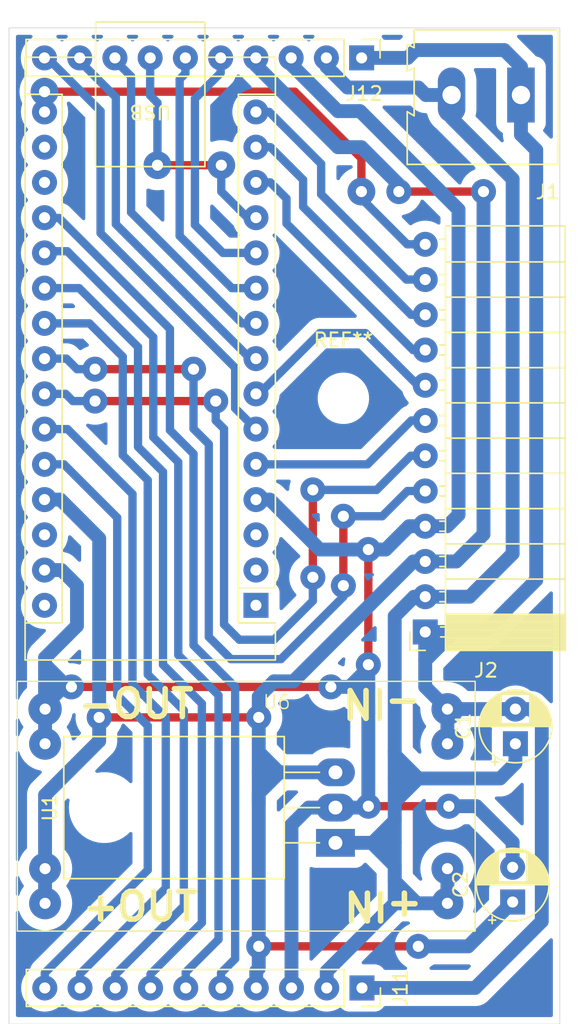
<source format=kicad_pcb>
(kicad_pcb (version 20240108) (generator "pcbnew") (generator_version "8.0")
  (layers (0 "F.Cu" signal) (31 "B.Cu" signal) (34 "B.Paste" user) (35 "F.Paste" user) (36 "B.SilkS" user "B.Silkscreen") (37 "F.SilkS" user "F.Silkscreen") (38 "B.Mask" user) (39 "F.Mask" user) (44 "Edge.Cuts" user))
  (net 0 "")
  (net 1 "/DI3m")
  (net 2 "/SCK")
  (net 3 "/DI1m")
  (net 4 "/RLY0")
  (net 5 "/RLY1")
  (net 6 "/SDA")
  (net 7 "GND")
  (net 8 "/SS")
  (net 9 "/DI0m")
  (net 10 "/MOSI")
  (net 12 "+5V")
  (net 14 "/AI0")
  (net 15 "/MISO")
  (net 18 "/RXm")
  (net 20 "+3.3V")
  (net 21 "/SCL")
  (net 22 "/AI1")
  (net 24 "/DI2m")
  (net 25 "/TXm")
  (net 26 "GND1")
  (net 27 "VDD")
  (net 28 "/PWM1m")
  (net 29 "/PWM3m")
  (net 30 "/PWM2m")
  (net 31 "/PWM0m")
  (footprint "Module:Arduino_Nano" (layer "F.Cu") (at 108.1 90.12 180)
    (property "Reference" "A1" (hide yes))
    (property "Value" "Arduino Nano")
    (fp_text user "USB" (at 7.62 35.56 180) (layer "F.SilkS"))
    (pad "1" thru_hole rect (at 0 0 180) (size 1.8 1.8) (drill 0.8) (layers "*.Cu" "*.Mask"))
    (pad "2" thru_hole oval (at 0 2.54 180) (size 1.8 1.8) (drill 0.8) (layers "*.Cu" "*.Mask"))
    (pad "3" thru_hole oval (at 0 5.08 180) (size 1.8 1.8) (drill 0.8) (layers "*.Cu" "*.Mask"))
    (pad "4" thru_hole oval (at 0 7.62 180) (size 1.8 1.8) (drill 0.8) (layers "*.Cu" "*.Mask") (net 7 "GND"))
    (pad "5" thru_hole oval (at 0 10.16 180) (size 1.8 1.8) (drill 0.8) (layers "*.Cu" "*.Mask") (net 18 "/RXm"))
    (pad "6" thru_hole oval (at 0 12.7 180) (size 1.8 1.8) (drill 0.8) (layers "*.Cu" "*.Mask") (net 31 "/PWM0m"))
    (pad "7" thru_hole oval (at 0 15.24 180) (size 1.8 1.8) (drill 0.8) (layers "*.Cu" "*.Mask") (net 25 "/TXm"))
    (pad "8" thru_hole oval (at 0 17.78 180) (size 1.8 1.8) (drill 0.8) (layers "*.Cu" "*.Mask") (net 28 "/PWM1m"))
    (pad "9" thru_hole oval (at 0 20.32 180) (size 1.8 1.8) (drill 0.8) (layers "*.Cu" "*.Mask") (net 30 "/PWM2m"))
    (pad "10" thru_hole oval (at 0 22.86 180) (size 1.8 1.8) (drill 0.8) (layers "*.Cu" "*.Mask") (net 4 "/RLY0"))
    (pad "11" thru_hole oval (at 0 25.4 180) (size 1.8 1.8) (drill 0.8) (layers "*.Cu" "*.Mask") (net 5 "/RLY1"))
    (pad "12" thru_hole oval (at 0 27.94 180) (size 1.8 1.8) (drill 0.8) (layers "*.Cu" "*.Mask") (net 29 "/PWM3m"))
    (pad "13" thru_hole oval (at 0 30.48 180) (size 1.8 1.8) (drill 0.8) (layers "*.Cu" "*.Mask") (net 8 "/SS"))
    (pad "14" thru_hole oval (at 0 33.02 180) (size 1.8 1.8) (drill 0.8) (layers "*.Cu" "*.Mask") (net 10 "/MOSI"))
    (pad "15" thru_hole oval (at 0 35.56 180) (size 1.8 1.8) (drill 0.8) (layers "*.Cu" "*.Mask") (net 15 "/MISO"))
    (pad "16" thru_hole oval (at 15.24 35.56 180) (size 1.8 1.8) (drill 0.8) (layers "*.Cu" "*.Mask") (net 2 "/SCK"))
    (pad "17" thru_hole oval (at 15.24 33.02 180) (size 1.8 1.8) (drill 0.8) (layers "*.Cu" "*.Mask") (net 20 "+3.3V"))
    (pad "18" thru_hole oval (at 15.24 30.48 180) (size 1.8 1.8) (drill 0.8) (layers "*.Cu" "*.Mask"))
    (pad "19" thru_hole oval (at 15.24 27.94 180) (size 1.8 1.8) (drill 0.8) (layers "*.Cu" "*.Mask") (net 9 "/DI0m"))
    (pad "20" thru_hole oval (at 15.24 25.4 180) (size 1.8 1.8) (drill 0.8) (layers "*.Cu" "*.Mask") (net 3 "/DI1m"))
    (pad "21" thru_hole oval (at 15.24 22.86 180) (size 1.8 1.8) (drill 0.8) (layers "*.Cu" "*.Mask") (net 24 "/DI2m"))
    (pad "22" thru_hole oval (at 15.24 20.32 180) (size 1.8 1.8) (drill 0.8) (layers "*.Cu" "*.Mask") (net 1 "/DI3m"))
    (pad "23" thru_hole oval (at 15.24 17.78 180) (size 1.8 1.8) (drill 0.8) (layers "*.Cu" "*.Mask") (net 6 "/SDA"))
    (pad "24" thru_hole oval (at 15.24 15.24 180) (size 1.8 1.8) (drill 0.8) (layers "*.Cu" "*.Mask") (net 21 "/SCL"))
    (pad "25" thru_hole oval (at 15.24 12.7 180) (size 1.8 1.8) (drill 0.8) (layers "*.Cu" "*.Mask") (net 22 "/AI1"))
    (pad "26" thru_hole oval (at 15.24 10.16 180) (size 1.8 1.8) (drill 0.8) (layers "*.Cu" "*.Mask") (net 14 "/AI0"))
    (pad "27" thru_hole oval (at 15.24 7.62 180) (size 1.8 1.8) (drill 0.8) (layers "*.Cu" "*.Mask") (net 12 "+5V"))
    (pad "28" thru_hole oval (at 15.24 5.08 180) (size 1.8 1.8) (drill 0.8) (layers "*.Cu" "*.Mask"))
    (pad "29" thru_hole oval (at 15.24 2.54 180) (size 1.8 1.8) (drill 0.8) (layers "*.Cu" "*.Mask") (net 7 "GND"))
    (pad "30" thru_hole oval (at 15.24 0 180) (size 1.8 1.8) (drill 0.8) (layers "*.Cu" "*.Mask"))
  )
  (footprint "Capacitor_THT:CP_Radial_D5.0mm_P2.50mm" (layer "F.Cu") (at 126.8 100.1 90)
    (property "Reference" "C1" (at 1.25 -3.75 90) (layer "F.SilkS"))
    (property "Value" "100uF")
    (pad "1" thru_hole rect (at 0 0 90) (size 1.8 1.8) (drill 0.8) (layers "*.Cu" "*.Mask") (net 27 "VDD"))
    (pad "2" thru_hole circle (at 2.5 0 90) (size 1.8 1.8) (drill 0.8) (layers "*.Cu" "*.Mask") (net 26 "GND1"))
  )
  (footprint "Borneras:TerminalBlock_Altech_AK300-2_P5.00mm" (layer "F.Cu") (at 127.2 53.34 180)
    (property "Reference" "J1" (at -1.92 -6.99 0) (layer "F.SilkS"))
    (property "Value" "PWR_IN")
    (pad "1" thru_hole rect (at 0 0 180) (size 1.98 3.96) (drill 1.32) (layers "*.Cu" "*.Mask") (net 26 "GND1"))
    (pad "2" thru_hole oval (at 5 0 180) (size 1.98 3.96) (drill 1.32) (layers "*.Cu" "*.Mask") (net 27 "VDD"))
  )
  (footprint "Connector_PinSocket_2.54mm:PinSocket_1x12_P2.54mm_Horizontal" (layer "F.Cu") (at 120.3 92.04 180)
    (property "Reference" "J2" (at -4.38 -2.77 0) (layer "F.SilkS"))
    (property "Value" "Conn_01x12")
    (pad "1" thru_hole rect (at 0 0 180) (size 1.8 1.8) (drill 0.8) (layers "*.Cu" "*.Mask") (net 26 "GND1"))
    (pad "2" thru_hole oval (at 0 2.54 180) (size 1.8 1.8) (drill 0.8) (layers "*.Cu" "*.Mask") (net 27 "VDD"))
    (pad "3" thru_hole oval (at 0 5.08 180) (size 1.8 1.8) (drill 0.8) (layers "*.Cu" "*.Mask") (net 12 "+5V"))
    (pad "4" thru_hole oval (at 0 7.62 180) (size 1.8 1.8) (drill 0.8) (layers "*.Cu" "*.Mask") (net 7 "GND"))
    (pad "5" thru_hole oval (at 0 10.16 180) (size 1.8 1.8) (drill 0.8) (layers "*.Cu" "*.Mask") (net 6 "/SDA"))
    (pad "6" thru_hole oval (at 0 12.7 180) (size 1.8 1.8) (drill 0.8) (layers "*.Cu" "*.Mask") (net 21 "/SCL"))
    (pad "7" thru_hole oval (at 0 15.24 180) (size 1.8 1.8) (drill 0.8) (layers "*.Cu" "*.Mask") (net 18 "/RXm"))
    (pad "8" thru_hole oval (at 0 17.78 180) (size 1.8 1.8) (drill 0.8) (layers "*.Cu" "*.Mask") (net 25 "/TXm"))
    (pad "9" thru_hole oval (at 0 20.32 180) (size 1.8 1.8) (drill 0.8) (layers "*.Cu" "*.Mask") (net 8 "/SS"))
    (pad "10" thru_hole oval (at 0 22.86 180) (size 1.8 1.8) (drill 0.8) (layers "*.Cu" "*.Mask") (net 10 "/MOSI"))
    (pad "11" thru_hole oval (at 0 25.4 180) (size 1.8 1.8) (drill 0.8) (layers "*.Cu" "*.Mask") (net 15 "/MISO"))
    (pad "12" thru_hole oval (at 0 27.94 180) (size 1.8 1.8) (drill 0.8) (layers "*.Cu" "*.Mask") (net 2 "/SCK"))
  )
  (footprint "Connector_PinHeader_2.54mm:PinHeader_1x10_P2.54mm_Vertical" (layer "F.Cu") (at 115.715 50.665 -90)
    (property "Reference" "J12" (at 2.575 -0.185 0) (layer "F.SilkS"))
    (property "Value" "OUTPUTS")
    (pad "1" thru_hole rect (at 0 0 270) (size 1.8 1.8) (drill 0.8) (layers "*.Cu" "*.Mask") (net 26 "GND1"))
    (pad "2" thru_hole oval (at 0 2.54 270) (size 1.8 1.8) (drill 0.8) (layers "*.Cu" "*.Mask") (net 27 "VDD"))
    (pad "3" thru_hole oval (at 0 5.08 270) (size 1.8 1.8) (drill 0.8) (layers "*.Cu" "*.Mask") (net 7 "GND"))
    (pad "4" thru_hole oval (at 0 7.62 270) (size 1.8 1.8) (drill 0.8) (layers "*.Cu" "*.Mask") (net 12 "+5V"))
    (pad "5" thru_hole oval (at 0 10.16 270) (size 1.8 1.8) (drill 0.8) (layers "*.Cu" "*.Mask") (net 5 "/RLY1"))
    (pad "6" thru_hole oval (at 0 12.7 270) (size 1.8 1.8) (drill 0.8) (layers "*.Cu" "*.Mask") (net 4 "/RLY0"))
    (pad "7" thru_hole oval (at 0 15.24 270) (size 1.8 1.8) (drill 0.8) (layers "*.Cu" "*.Mask") (net 29 "/PWM3m"))
    (pad "8" thru_hole oval (at 0 17.78 270) (size 1.8 1.8) (drill 0.8) (layers "*.Cu" "*.Mask") (net 30 "/PWM2m"))
    (pad "9" thru_hole oval (at 0 20.32 270) (size 1.8 1.8) (drill 0.8) (layers "*.Cu" "*.Mask") (net 28 "/PWM1m"))
    (pad "10" thru_hole oval (at 0 22.86 270) (size 1.8 1.8) (drill 0.8) (layers "*.Cu" "*.Mask") (net 31 "/PWM0m"))
  )
  (footprint "Capacitor_THT:CP_Radial_D5.0mm_P2.50mm" (layer "F.Cu") (at 126.6 111.505113 90)
    (property "Reference" "C2" (at 1.25 -3.75 90) (layer "F.SilkS"))
    (property "Value" "10uF")
    (pad "1" thru_hole rect (at 0 0 90) (size 1.8 1.8) (drill 0.8) (layers "*.Cu" "*.Mask") (net 12 "+5V"))
    (pad "2" thru_hole circle (at 2.5 0 90) (size 1.8 1.8) (drill 0.8) (layers "*.Cu" "*.Mask") (net 7 "GND"))
  )
  (footprint "Package_TO_SOT_THT:TO-220-3_Horizontal_TabDown" (layer "F.Cu") (at 113.83 107.24 90)
    (property "Reference" "U1" (at 2.54 -20.58 90) (layer "F.SilkS"))
    (property "Value" "L7805")
    (pad "" np_thru_hole oval (at 2.54 -16.66 90) (size 3.5 3.5) (drill 3.5) (layers "*.Cu" "*.Mask"))
    (pad "1" thru_hole rect (at 0 0 90) (size 2 2.8) (drill 1) (layers "*.Cu" "*.Mask") (net 27 "VDD"))
    (pad "2" thru_hole oval (at 2.54 0 90) (size 2 2.8) (drill 1) (layers "*.Cu" "*.Mask") (net 7 "GND"))
    (pad "3" thru_hole oval (at 5.08 0 90) (size 2 2.8) (drill 1) (layers "*.Cu" "*.Mask") (net 12 "+5V"))
  )
  (footprint "Codigo_lib:Mini 560 Pro" (layer "F.Cu") (at 107.4 104.6 180)
    (property "Reference" "U6" (at -2.2 7.5 0) (layer "F.SilkS") (effects (font (thickness 0.1))))
    (property "Value" "+5V")
    (fp_text user "-OUT" (at 12.3 6.2 0) (layer "F.SilkS") (effects (font (size 2 2) (thickness 0.4) (bold yes)) (justify left bottom)))
    (fp_text user "+OUT" (at 12 -8.4 0) (layer "F.SilkS") (effects (font (size 2 2) (thickness 0.4) (bold yes)) (justify left bottom)))
    (fp_text user "-IN" (at -12.8 8.6 180) (layer "F.SilkS") (effects (font (size 2 2) (thickness 0.4) (bold yes)) (justify left bottom)))
    (fp_text user "+IN" (at -12.9 -6 180) (layer "F.SilkS") (effects (font (size 2 2) (thickness 0.4) (bold yes)) (justify left bottom)))
    (pad "1" thru_hole circle (at -14.5 -7 180) (size 2.3 2.3) (drill 0.8) (layers "*.Cu" "*.Mask") (net 27 "VDD"))
    (pad "1" thru_hole circle (at -14.5 -4.5 180) (size 2.3 2.3) (drill 0.8) (layers "*.Cu" "*.Mask") (net 27 "VDD"))
    (pad "2" thru_hole circle (at -14.5 4.5 180) (size 2.3 2.3) (drill 0.8) (layers "*.Cu" "*.Mask") (net 26 "GND1"))
    (pad "2" thru_hole circle (at -14.5 7 180) (size 2.3 2.3) (drill 0.8) (layers "*.Cu" "*.Mask") (net 26 "GND1"))
    (pad "3" thru_hole circle (at 14.5 -7 180) (size 2.3 2.3) (drill 0.8) (layers "*.Cu" "*.Mask") (net 12 "+5V"))
    (pad "3" thru_hole circle (at 14.5 -4.5 180) (size 2.3 2.3) (drill 0.8) (layers "*.Cu" "*.Mask") (net 12 "+5V"))
    (pad "4" thru_hole circle (at 14.5 4.5 180) (size 2.3 2.3) (drill 0.8) (layers "*.Cu" "*.Mask") (net 7 "GND"))
    (pad "4" thru_hole circle (at 14.5 7 180) (size 2.4 2.4) (drill 0.8) (layers "*.Cu" "*.Mask") (net 7 "GND"))
  )
  (footprint "MountingHole:MountingHole_3.2mm_M3" (layer "F.Cu") (at 114.4 75.2)
    (property "Reference" "REF**" (at 0 -4.2 0) (layer "F.SilkS"))
    (property "Value" "MountingHole_3.2mm_M3")
    (pad "" np_thru_hole circle (at 0 0) (size 3.2 3.2) (drill 3.2) (layers "*.Cu" "*.Mask"))
  )
  (footprint "Connector_PinSocket_2.54mm:PinSocket_1x10_P2.54mm_Vertical" (layer "F.Cu") (at 115.74 117.7 -90)
    (property "Reference" "J11" (at 0 -2.77 -90) (layer "F.SilkS"))
    (property "Value" "INPUTS")
    (pad "1" thru_hole rect (at 0 0 270) (size 1.8 1.8) (drill 0.8) (layers "*.Cu" "*.Mask") (net 26 "GND1"))
    (pad "2" thru_hole oval (at 0 2.54 270) (size 1.8 1.8) (drill 0.8) (layers "*.Cu" "*.Mask") (net 27 "VDD"))
    (pad "3" thru_hole oval (at 0 5.08 270) (size 1.8 1.8) (drill 0.8) (layers "*.Cu" "*.Mask") (net 7 "GND"))
    (pad "4" thru_hole oval (at 0 7.62 270) (size 1.8 1.8) (drill 0.8) (layers "*.Cu" "*.Mask") (net 12 "+5V"))
    (pad "5" thru_hole oval (at 0 10.16 270) (size 1.8 1.8) (drill 0.8) (layers "*.Cu" "*.Mask") (net 9 "/DI0m"))
    (pad "6" thru_hole oval (at 0 12.7 270) (size 1.8 1.8) (drill 0.8) (layers "*.Cu" "*.Mask") (net 3 "/DI1m"))
    (pad "7" thru_hole oval (at 0 15.24 270) (size 1.8 1.8) (drill 0.8) (layers "*.Cu" "*.Mask") (net 24 "/DI2m"))
    (pad "8" thru_hole oval (at 0 17.78 270) (size 1.8 1.8) (drill 0.8) (layers "*.Cu" "*.Mask") (net 1 "/DI3m"))
    (pad "9" thru_hole oval (at 0 20.32 270) (size 1.8 1.8) (drill 0.8) (layers "*.Cu" "*.Mask") (net 22 "/AI1"))
    (pad "10" thru_hole oval (at 0 22.86 270) (size 1.8 1.8) (drill 0.8) (layers "*.Cu" "*.Mask") (net 14 "/AI0"))
  )
  (gr_rect (start 90.3 48.5) (end 130 120.3) (stroke (width 0.05)) (fill none) (layer "Edge.Cuts"))
  (segment (start 98.5 72.2) (end 96.1 69.8) (width 0.6) (layer "B.Cu") (net 1))
  (segment (start 102.9 97.7) (end 100.3 95.1) (width 0.6) (layer "B.Cu") (net 1))
  (segment (start 100.3 81.1) (end 98.5 79.3) (width 0.6) (layer "B.Cu") (net 1))
  (segment (start 98.5 79.3) (end 98.5 72.2) (width 0.6) (layer "B.Cu") (net 1))
  (segment (start 97.96 116.74) (end 102.9 111.8) (width 0.6) (layer "B.Cu") (net 1))
  (segment (start 100.3 95.1) (end 100.3 81.1) (width 0.6) (layer "B.Cu") (net 1))
  (segment (start 97.96 117.7) (end 97.96 116.74) (width 0.6) (layer "B.Cu") (net 1))
  (segment (start 96.1 69.8) (end 92.86 69.8) (width 0.6) (layer "B.Cu") (net 1))
  (segment (start 102.9 111.8) (end 102.9 97.7) (width 0.6) (layer "B.Cu") (net 1))
  (segment (start 110.9 53.1) (end 92.86 53.1) (width 0.6) (layer "F.Cu") (net 2))
  (segment (start 115.7 60.3) (end 115.7 57.9) (width 0.6) (layer "F.Cu") (net 2))
  (segment (start 115.7 57.9) (end 110.9 53.1) (width 0.6) (layer "F.Cu") (net 2))
  (via (at 92.86 53.1) (size 2) (drill 0.8) (layers "F.Cu" "B.Cu") (net 2))
  (via (at 115.7 60.3) (size 2) (drill 0.8) (layers "F.Cu" "B.Cu") (net 2))
  (segment (start 119 64.1) (end 120.3 64.1) (width 0.6) (layer "B.Cu") (net 2))
  (segment (start 115.7 60.3) (end 115.7 60.8) (width 0.6) (layer "B.Cu") (net 2))
  (segment (start 115.7 60.8) (end 119 64.1) (width 0.6) (layer "B.Cu") (net 2))
  (segment (start 92.86 53.1) (end 92.86 54.56) (width 0.6) (layer "B.Cu") (net 2))
  (segment (start 100.7 70.8) (end 94.5 64.6) (width 0.6) (layer "B.Cu") (net 3))
  (segment (start 105.4 96.6) (end 102.5 93.7) (width 0.6) (layer "B.Cu") (net 3))
  (segment (start 94.5 64.6) (end 92.98 64.6) (width 0.6) (layer "B.Cu") (net 3))
  (segment (start 102.5 93.7) (end 102.5 79.8) (width 0.6) (layer "B.Cu") (net 3))
  (segment (start 105.4 114.2) (end 105.4 96.6) (width 0.6) (layer "B.Cu") (net 3))
  (segment (start 92.98 64.6) (end 92.86 64.72) (width 1) (layer "B.Cu") (net 3))
  (segment (start 103.04 116.56) (end 105.4 114.2) (width 0.6) (layer "B.Cu") (net 3))
  (segment (start 100.7 78) (end 100.7 70.8) (width 0.6) (layer "B.Cu") (net 3))
  (segment (start 102.5 79.8) (end 100.7 78) (width 0.6) (layer "B.Cu") (net 3))
  (segment (start 103.04 117.7) (end 103.04 116.56) (width 0.6) (layer "B.Cu") (net 3))
  (segment (start 103.015 50.665) (end 103.015 51.785) (width 0.6) (layer "B.Cu") (net 4))
  (segment (start 103.015 51.785) (end 102.6 52.2) (width 0.6) (layer "B.Cu") (net 4))
  (segment (start 102.6 52.2) (end 102.6 63.5) (width 0.6) (layer "B.Cu") (net 4))
  (segment (start 106.36 67.26) (end 108.1 67.26) (width 0.6) (layer "B.Cu") (net 4))
  (segment (start 102.6 63.5) (end 106.36 67.26) (width 0.6) (layer "B.Cu") (net 4))
  (segment (start 105.72 64.72) (end 108.1 64.72) (width 0.6) (layer "B.Cu") (net 5))
  (segment (start 105.555 51.745) (end 103.7 53.6) (width 0.6) (layer "B.Cu") (net 5))
  (segment (start 105.555 50.665) (end 105.555 51.745) (width 0.6) (layer "B.Cu") (net 5))
  (segment (start 103.7 62.7) (end 105.72 64.72) (width 0.6) (layer "B.Cu") (net 5))
  (segment (start 103.7 53.6) (end 103.7 62.7) (width 0.6) (layer "B.Cu") (net 5))
  (segment (start 103.6 73.1) (end 96.5 73.1) (width 0.6) (layer "F.Cu") (net 6))
  (segment (start 114.4 88.7) (end 114.4 83.7) (width 0.6) (layer "F.Cu") (net 6))
  (via (at 114.4 83.7) (size 1.8) (drill 0.8) (layers "F.Cu" "B.Cu") (net 6))
  (via (at 114.4 88.7) (size 1.8) (drill 0.8) (layers "F.Cu" "B.Cu") (net 6))
  (via (at 103.6 73.1) (size 1.8) (drill 0.8) (layers "F.Cu" "B.Cu") (net 6))
  (via (at 96.5 73.1) (size 1.8) (drill 0.8) (layers "F.Cu" "B.Cu") (net 6))
  (segment (start 96.5 73.1) (end 95.2 73.1) (width 0.6) (layer "B.Cu") (net 6))
  (segment (start 106.3 94) (end 104.7 92.4) (width 0.6) (layer "B.Cu") (net 6))
  (segment (start 104.7 92.4) (end 104.7 78.5) (width 0.6) (layer "B.Cu") (net 6))
  (segment (start 95.2 73.1) (end 94.44 72.34) (width 0.6) (layer "B.Cu") (net 6))
  (segment (start 109.9 94) (end 106.3 94) (width 0.6) (layer "B.Cu") (net 6))
  (segment (start 114.4 83.7) (end 117.2 83.7) (width 0.6) (layer "B.Cu") (net 6))
  (segment (start 114.4 88.7) (end 114.4 89.5) (width 0.6) (layer "B.Cu") (net 6))
  (segment (start 114.4 89.5) (end 109.9 94) (width 0.6) (layer "B.Cu") (net 6))
  (segment (start 103.6 77.4) (end 103.6 73.1) (width 0.6) (layer "B.Cu") (net 6))
  (segment (start 117.2 83.7) (end 119.02 81.88) (width 0.6) (layer "B.Cu") (net 6))
  (segment (start 119.02 81.88) (end 120.3 81.88) (width 0.6) (layer "B.Cu") (net 6))
  (segment (start 104.7 78.5) (end 103.6 77.4) (width 0.6) (layer "B.Cu") (net 6))
  (segment (start 94.44 72.34) (end 92.86 72.34) (width 0.6) (layer "B.Cu") (net 6))
  (segment (start 116.2 86.1) (end 116.2 94.4) (width 0.6) (layer "F.Cu") (net 7))
  (segment (start 116.2 104.6) (end 122 104.6) (width 0.6) (layer "F.Cu") (net 7))
  (segment (start 94.8 96) (end 113.5 96) (width 0.6) (layer "F.Cu") (net 7))
  (via (at 113.5 96) (size 1.8) (drill 0.8) (layers "F.Cu" "B.Cu") (net 7))
  (via (at 94.8 96) (size 1.8) (drill 0.8) (layers "F.Cu" "B.Cu") (net 7))
  (via (at 116.2 86.1) (size 1.8) (drill 0.8) (layers "F.Cu" "B.Cu") (net 7))
  (via (at 116.2 104.6) (size 1.8) (drill 0.8) (layers "F.Cu" "B.Cu") (net 7))
  (via (at 116.2 94.4) (size 1.8) (drill 0.8) (layers "F.Cu" "B.Cu") (net 7))
  (via (at 122 104.6) (size 1.8) (drill 0.8) (layers "F.Cu" "B.Cu") (net 7))
  (segment (start 116.2 97.9) (end 116.2 97.3) (width 1) (layer "B.Cu") (net 7))
  (segment (start 94.5 96) (end 92.9 97.6) (width 0.6) (layer "B.Cu") (net 7))
  (segment (start 92.9 96) (end 93.6 96) (width 1) (layer "B.Cu") (net 7))
  (segment (start 116.2 94.65) (end 116.2 94.4) (width 1) (layer "B.Cu") (net 7))
  (segment (start 117.45 86.1) (end 119.13 84.42) (width 1) (layer "B.Cu") (net 7))
  (segment (start 116.2 104.7) (end 113.83 104.7) (width 1) (layer "B.Cu") (net 7))
  (segment (start 92.9 93.9) (end 92.9 94.4) (width 1) (layer "B.Cu") (net 7))
  (segment (start 94.08 87.58) (end 92.86 87.58) (width 1) (layer "B.Cu") (net 7))
  (segment (start 112.7 86.1) (end 116.2 86.1) (width 1) (layer "B.Cu") (net 7))
  (segment (start 108.1 82.5) (end 109.1 82.5) (width 1) (layer "B.Cu") (net 7))
  (segment (start 116.2 96) (end 116.2 97.9) (width 1) (layer "B.Cu") (net 7))
  (segment (start 119.13 84.42) (end 120.3 84.42) (width 1) (layer "B.Cu") (net 7))
  (segment (start 113.83 104.7) (end 111.9 104.7) (width 1) (layer "B.Cu") (net 7))
  (segment (start 120.3 84.42) (end 121.88 84.42) (width 1) (layer "B.Cu") (net 7))
  (segment (start 110.66 105.94) (end 110.66 117.7) (width 1) (layer "B.Cu") (net 7))
  (segment (start 114.9 96) (end 114.9 95.95) (width 1) (layer "B.Cu") (net 7))
  (segment (start 114 54.5) (end 110.635 51.135) (width 1) (layer "B.Cu") (net 7))
  (segment (start 92.9 97.6) (end 93.6 96.9) (width 0.6) (layer "B.Cu") (net 7))
  (segment (start 92.9 96) (end 92.9 97.6) (width 1) (layer "B.Cu") (net 7))
  (segment (start 93.6 96) (end 94.8 96) (width 1) (layer "B.Cu") (net 7))
  (segment (start 121.88 84.42) (end 122.7 83.6) (width 1) (layer "B.Cu") (net 7))
  (segment (start 95.2 88.7) (end 94.08 87.58) (width 1) (layer "B.Cu") (net 7))
  (segment (start 116.2 97.3) (end 114.9 96) (width 1) (layer "B.Cu") (net 7))
  (segment (start 122.7 83.6) (end 122.7 61.6) (width 1) (layer "B.Cu") (net 7))
  (segment (start 92.9 94.4) (end 94.5 96) (width 1) (layer "B.Cu") (net 7))
  (segment (start 94.8 96) (end 94.5 96) (width 0.6) (layer "B.Cu") (net 7))
  (segment (start 115.6 54.5) (end 114 54.5) (width 1) (layer "B.Cu") (net 7))
  (segment (start 122.7 61.6) (end 115.6 54.5) (width 1) (layer "B.Cu") (net 7))
  (segment (start 92.9 96) (end 92.9 93.9) (width 1) (layer "B.Cu") (net 7))
  (segment (start 116.2 94.4) (end 116.2 96) (width 1) (layer "B.Cu") (net 7))
  (segment (start 111.9 104.7) (end 110.66 105.94) (width 1) (layer "B.Cu") (net 7))
  (segment (start 114.9 95.95) (end 116.2 94.65) (width 1) (layer "B.Cu") (net 7))
  (segment (start 114.9 96) (end 116.2 96) (width 1) (layer "B.Cu") (net 7))
  (segment (start 109.1 82.5) (end 112.7 86.1) (width 1) (layer "B.Cu") (net 7))
  (segment (start 116.2 86.1) (end 117.45 86.1) (width 1) (layer "B.Cu") (net 7))
  (segment (start 124 104.6) (end 126.6 107.2) (width 1) (layer "B.Cu") (net 7))
  (segment (start 95.2 91.6) (end 95.2 88.7) (width 1) (layer "B.Cu") (net 7))
  (segment (start 93.6 96.9) (end 93.6 96) (width 0.6) (layer "B.Cu") (net 7))
  (segment (start 110.635 51.135) (end 110.635 50.665) (width 1) (layer "B.Cu") (net 7))
  (segment (start 116.2 104.6) (end 116.2 104.7) (width 1) (layer "B.Cu") (net 7))
  (segment (start 122 104.6) (end 124 104.6) (width 1) (layer "B.Cu") (net 7))
  (segment (start 92.9 100.1) (end 92.9 97.6) (width 1) (layer "B.Cu") (net 7))
  (segment (start 116.2 97.9) (end 116.2 104.6) (width 1) (layer "B.Cu") (net 7))
  (segment (start 126.6 107.2) (end 126.6 109.005113) (width 1) (layer "B.Cu") (net 7))
  (segment (start 92.9 93.9) (end 95.2 91.6) (width 1) (layer "B.Cu") (net 7))
  (segment (start 113.5 96) (end 114.9 96) (width 1) (layer "B.Cu") (net 7))
  (segment (start 109.14 59.64) (end 110.3 60.8) (width 0.6) (layer "B.Cu") (net 8))
  (segment (start 110.3 62.6) (end 119.42 71.72) (width 0.6) (layer "B.Cu") (net 8))
  (segment (start 108.1 59.64) (end 109.14 59.64) (width 0.6) (layer "B.Cu") (net 8))
  (segment (start 119.42 71.72) (end 120.3 71.72) (width 0.6) (layer "B.Cu") (net 8))
  (segment (start 110.3 60.8) (end 110.3 62.6) (width 0.6) (layer "B.Cu") (net 8))
  (segment (start 103.6 79.2) (end 103.6 93) (width 0.6) (layer "B.Cu") (net 9))
  (segment (start 101.9 70.2) (end 101.9 77.5) (width 0.6) (layer "B.Cu") (net 9))
  (segment (start 93.9 62.2) (end 101.9 70.2) (width 0.6) (layer "B.Cu") (net 9))
  (segment (start 106.6 96) (end 106.6 115.6) (width 0.6) (layer "B.Cu") (net 9))
  (segment (start 92.86 62.18) (end 92.88 62.2) (width 0.6) (layer "B.Cu") (net 9))
  (segment (start 105.58 116.62) (end 105.58 117.7) (width 0.6) (layer "B.Cu") (net 9))
  (segment (start 106.6 115.6) (end 105.58 116.62) (width 0.6) (layer "B.Cu") (net 9))
  (segment (start 103.6 93) (end 106.6 96) (width 0.6) (layer "B.Cu") (net 9))
  (segment (start 92.88 62.2) (end 93.9 62.2) (width 0.6) (layer "B.Cu") (net 9))
  (segment (start 101.9 77.5) (end 103.6 79.2) (width 0.6) (layer "B.Cu") (net 9))
  (segment (start 111.5 61.4) (end 119.28 69.18) (width 0.6) (layer "B.Cu") (net 10))
  (segment (start 119.28 69.18) (end 120.3 69.18) (width 0.6) (layer "B.Cu") (net 10))
  (segment (start 109.15 57.1) (end 111.5 59.45) (width 0.6) (layer "B.Cu") (net 10))
  (segment (start 108.1 57.1) (end 109.15 57.1) (width 0.6) (layer "B.Cu") (net 10))
  (segment (start 111.5 59.45) (end 111.5 61.4) (width 0.6) (layer "B.Cu") (net 10))
  (segment (start 124.5 60.3) (end 118.4 60.3) (width 0.6) (layer "F.Cu") (net 12))
  (segment (start 96.8 98.2) (end 108.3 98.2) (width 0.6) (layer "F.Cu") (net 12))
  (segment (start 119.8 114.7) (end 108.3 114.7) (width 0.6) (layer "F.Cu") (net 12))
  (via (at 124.5 60.3) (size 1.8) (drill 0.8) (layers "F.Cu" "B.Cu") (net 12))
  (via (at 108.3 98.2) (size 1.8) (drill 0.8) (layers "F.Cu" "B.Cu") (net 12))
  (via (at 108.3 114.7) (size 1.8) (drill 0.8) (layers "F.Cu" "B.Cu") (net 12))
  (via (at 96.8 98.2) (size 1.8) (drill 0.8) (layers "F.Cu" "B.Cu") (net 12))
  (via (at 118.4 60.3) (size 1.8) (drill 0.8) (layers "F.Cu" "B.Cu") (net 12))
  (via (at 119.8 114.7) (size 1.8) (drill 0.8) (layers "F.Cu" "B.Cu") (net 12))
  (segment (start 124.5 85) (end 122.54 86.96) (width 1) (layer "B.Cu") (net 12))
  (segment (start 94 82.5) (end 92.86 82.5) (width 1) (layer "B.Cu") (net 12))
  (segment (start 96.8 99.9) (end 96.8 98.2) (width 1) (layer "B.Cu") (net 12))
  (segment (start 108.3 114.7) (end 108.3 116.3) (width 1) (layer "B.Cu") (net 12))
  (segment (start 92.9 111.6) (end 92.9 109.1) (width 1) (layer "B.Cu") (net 12))
  (segment (start 109.8 102.16) (end 109.76 102.16) (width 1) (layer "B.Cu") (net 12))
  (segment (start 110.8 95.6) (end 119.44 86.96) (width 1) (layer "B.Cu") (net 12))
  (segment (start 108.36 102.16) (end 108.3 102.1) (width 1) (layer "B.Cu") (net 12))
  (segment (start 113.83 102.16) (end 109.8 102.16) (width 1) (layer "B.Cu") (net 12))
  (segment (start 119.44 86.96) (end 120.3 86.96) (width 1) (layer "B.Cu") (net 12))
  (segment (start 114 57.1) (end 115.7 57.1) (width 1) (layer "B.Cu") (net 12))
  (segment (start 109.8 102.16) (end 108.36 102.16) (width 1) (layer "B.Cu") (net 12))
  (segment (start 118.4 59.8) (end 118.4 60.3) (width 1) (layer "B.Cu") (net 12))
  (segment (start 124.5 60.3) (end 124.5 85) (width 1) (layer "B.Cu") (net 12))
  (segment (start 108.095 50.665) (end 108.095 51.195) (width 1) (layer "B.Cu") (net 12))
  (segment (start 108.3 104.4) (end 108.3 103.66) (width 1) (layer "B.Cu") (net 12))
  (segment (start 126.6 111.505113) (end 126.594887 111.505113) (width 1) (layer "B.Cu") (net 12))
  (segment (start 96.8 98.2) (end 96.8 85.3) (width 1) (layer "B.Cu") (net 12))
  (segment (start 108.12 116.48) (end 108.12 117.7) (width 1) (layer "B.Cu") (net 12))
  (segment (start 108.3 116.3) (end 108.12 116.48) (width 1) (layer "B.Cu") (net 12))
  (segment (start 122.54 86.96) (end 120.3 86.96) (width 1) (layer "B.Cu") (net 12))
  (segment (start 108.3 104.4) (end 108.3 102.1) (width 1) (layer "B.Cu") (net 12))
  (segment (start 109.4 95.6) (end 110.8 95.6) (width 1) (layer "B.Cu") (net 12))
  (segment (start 108.3 96.7) (end 109.4 95.6) (width 1) (layer "B.Cu") (net 12))
  (segment (start 108.3 103.66) (end 109.8 102.16) (width 1) (layer "B.Cu") (net 12))
  (segment (start 109.76 102.16) (end 108.3 100.7) (width 1) (layer "B.Cu") (net 12))
  (segment (start 123.4 114.7) (end 119.8 114.7) (width 1) (layer "B.Cu") (net 12))
  (segment (start 92.9 103.8) (end 96.8 99.9) (width 1) (layer "B.Cu") (net 12))
  (segment (start 92.9 109.1) (end 92.9 103.8) (width 1) (layer "B.Cu") (net 12))
  (segment (start 115.7 57.1) (end 118.4 59.8) (width 1) (layer "B.Cu") (net 12))
  (segment (start 126.594887 111.505113) (end 124 114.1) (width 1) (layer "B.Cu") (net 12))
  (segment (start 108.095 51.195) (end 114 57.1) (width 1) (layer "B.Cu") (net 12))
  (segment (start 108.3 98.2) (end 108.3 96.7) (width 1) (layer "B.Cu") (net 12))
  (segment (start 96.8 85.3) (end 94 82.5) (width 1) (layer "B.Cu") (net 12))
  (segment (start 124 114.1) (end 123.4 114.7) (width 1) (layer "B.Cu") (net 12))
  (segment (start 108.3 100.7) (end 108.3 102.1) (width 1) (layer "B.Cu") (net 12))
  (segment (start 108.3 98.2) (end 108.3 100.7) (width 1) (layer "B.Cu") (net 12))
  (segment (start 108.3 114.7) (end 108.3 104.4) (width 1) (layer "B.Cu") (net 12))
  (segment (start 100.3 98.8) (end 100.3 109.2) (width 0.6) (layer "B.Cu") (net 14))
  (segment (start 92.86 79.96) (end 94.26 79.96) (width 0.6) (layer "B.Cu") (net 14))
  (segment (start 98.1 83.8) (end 98.1 96.6) (width 0.6) (layer "B.Cu") (net 14))
  (segment (start 94.26 79.96) (end 98.1 83.8) (width 0.6) (layer "B.Cu") (net 14))
  (segment (start 92.88 116.62) (end 92.88 117.7) (width 0.6) (layer "B.Cu") (net 14))
  (segment (start 100.3 109.2) (end 92.88 116.62) (width 0.6) (layer "B.Cu") (net 14))
  (segment (start 98.1 96.6) (end 100.3 98.8) (width 0.6) (layer "B.Cu") (net 14))
  (segment (start 112.8 58.3) (end 112.8 60.5) (width 0.6) (layer "B.Cu") (net 15))
  (segment (start 108.1 54.56) (end 109.06 54.56) (width 0.6) (layer "B.Cu") (net 15))
  (segment (start 112.8 60.5) (end 118.94 66.64) (width 0.6) (layer "B.Cu") (net 15))
  (segment (start 118.94 66.64) (end 120.3 66.64) (width 0.6) (layer "B.Cu") (net 15))
  (segment (start 109.06 54.56) (end 112.8 58.3) (width 0.6) (layer "B.Cu") (net 15))
  (segment (start 116.14 79.96) (end 119.3 76.8) (width 0.6) (layer "B.Cu") (net 18))
  (segment (start 119.3 76.8) (end 120.3 76.8) (width 0.6) (layer "B.Cu") (net 18))
  (segment (start 108.1 79.96) (end 116.14 79.96) (width 0.6) (layer "B.Cu") (net 18))
  (segment (start 112.2 88.1) (end 112.2 81.8) (width 0.6) (layer "F.Cu") (net 21))
  (segment (start 105.2 75.4) (end 96.5 75.4) (width 0.6) (layer "F.Cu") (net 21))
  (via (at 112.2 81.8) (size 1.8) (drill 0.8) (layers "F.Cu" "B.Cu") (net 21))
  (via (at 96.5 75.4) (size 1.8) (drill 0.8) (layers "F.Cu" "B.Cu") (net 21))
  (via (at 112.2 88.1) (size 1.8) (drill 0.8) (layers "F.Cu" "B.Cu") (net 21))
  (via (at 105.2 75.4) (size 1.8) (drill 0.8) (layers "F.Cu" "B.Cu") (net 21))
  (segment (start 94.9 75.4) (end 94.38 74.88) (width 0.6) (layer "B.Cu") (net 21))
  (segment (start 109.4 92.6) (end 106.9 92.6) (width 0.6) (layer "B.Cu") (net 21))
  (segment (start 105.2 76.8) (end 105.2 75.4) (width 0.6) (layer "B.Cu") (net 21))
  (segment (start 105.8 91.5) (end 105.8 77.4) (width 0.6) (layer "B.Cu") (net 21))
  (segment (start 112.2 88.1) (end 112.2 89.8) (width 0.6) (layer "B.Cu") (net 21))
  (segment (start 112.2 89.8) (end 109.4 92.6) (width 0.6) (layer "B.Cu") (net 21))
  (segment (start 116.8 81.8) (end 119.26 79.34) (width 0.6) (layer "B.Cu") (net 21))
  (segment (start 106.9 92.6) (end 105.8 91.5) (width 0.6) (layer "B.Cu") (net 21))
  (segment (start 119.26 79.34) (end 120.3 79.34) (width 0.6) (layer "B.Cu") (net 21))
  (segment (start 112.2 81.8) (end 116.8 81.8) (width 0.6) (layer "B.Cu") (net 21))
  (segment (start 105.8 77.4) (end 105.2 76.8) (width 0.6) (layer "B.Cu") (net 21))
  (segment (start 96.5 75.4) (end 94.9 75.4) (width 0.6) (layer "B.Cu") (net 21))
  (segment (start 94.38 74.88) (end 92.86 74.88) (width 0.6) (layer "B.Cu") (net 21))
  (segment (start 101.6 110.5) (end 95.42 116.68) (width 0.6) (layer "B.Cu") (net 22))
  (segment (start 99.2 82.1) (end 99.2 95.8) (width 0.6) (layer "B.Cu") (net 22))
  (segment (start 95.42 116.68) (end 95.42 117.7) (width 0.6) (layer "B.Cu") (net 22))
  (segment (start 92.86 77.42) (end 94.52 77.42) (width 0.6) (layer "B.Cu") (net 22))
  (segment (start 101.6 98.2) (end 101.6 110.5) (width 0.6) (layer "B.Cu") (net 22))
  (segment (start 99.2 95.8) (end 101.6 98.2) (width 0.6) (layer "B.Cu") (net 22))
  (segment (start 94.52 77.42) (end 99.2 82.1) (width 0.6) (layer "B.Cu") (net 22))
  (segment (start 99.6 78.7) (end 99.6 71.5) (width 0.6) (layer "B.Cu") (net 24))
  (segment (start 104.2 113) (end 104.2 97.2) (width 0.6) (layer "B.Cu") (net 24))
  (segment (start 104.2 97.2) (end 101.4 94.4) (width 0.6) (layer "B.Cu") (net 24))
  (segment (start 100.5 117.7) (end 100.5 116.7) (width 0.6) (layer "B.Cu") (net 24))
  (segment (start 101.4 80.5) (end 99.6 78.7) (width 0.6) (layer "B.Cu") (net 24))
  (segment (start 101.4 94.4) (end 101.4 80.5) (width 0.6) (layer "B.Cu") (net 24))
  (segment (start 99.6 71.5) (end 95.36 67.26) (width 0.6) (layer "B.Cu") (net 24))
  (segment (start 100.5 116.7) (end 104.2 113) (width 0.6) (layer "B.Cu") (net 24))
  (segment (start 95.36 67.26) (end 92.86 67.26) (width 0.6) (layer "B.Cu") (net 24))
  (segment (start 108.1 74.88) (end 108.32 74.88) (width 0.6) (layer "B.Cu") (net 25))
  (segment (start 116 70.5) (end 119.76 74.26) (width 0.6) (layer "B.Cu") (net 25))
  (segment (start 108.32 74.88) (end 112.7 70.5) (width 0.6) (layer "B.Cu") (net 25))
  (segment (start 119.76 74.26) (end 120.3 74.26) (width 0.6) (layer "B.Cu") (net 25))
  (segment (start 112.7 70.5) (end 116 70.5) (width 0.6) (layer "B.Cu") (net 25))
  (segment (start 128.7 98.4) (end 128.7 112.9) (width 1) (layer "B.Cu") (net 26))
  (segment (start 127.2 51.3) (end 127.2 53.34) (width 1) (layer "B.Cu") (net 26))
  (segment (start 126 50.1) (end 127.2 51.3) (width 1) (layer "B.Cu") (net 26))
  (segment (start 122.36 92.04) (end 122.5 92.04) (width 1) (layer "B.Cu") (net 26))
  (segment (start 120.3 92.04) (end 120.3 94.1) (width 1) (layer "B.Cu") (net 26))
  (segment (start 119.035 50.665) (end 119.6 50.1) (width 1) (layer "B.Cu") (net 26))
  (segment (start 124.56 92.04) (end 122.5 92.04) (width 1) (layer "B.Cu") (net 26))
  (segment (start 120.3 96) (end 121.9 97.6) (width 1) (layer "B.Cu") (net 26))
  (segment (start 119.6 50.1) (end 126 50.1) (width 1) (layer "B.Cu") (net 26))
  (segment (start 127.2 56.2) (end 128.3 57.3) (width 1) (layer "B.Cu") (net 26))
  (segment (start 122.5 92.04) (end 120.3 92.04) (width 1) (layer "B.Cu") (net 26))
  (segment (start 121.9 97.6) (end 121.9 100.1) (width 1) (layer "B.Cu") (net 26))
  (segment (start 126.8 97.6) (end 127.9 97.6) (width 1) (layer "B.Cu") (net 26))
  (segment (start 127.2 53.34) (end 127.2 56.2) (width 1) (layer "B.Cu") (net 26))
  (segment (start 121.9 97.6) (end 126.8 97.6) (width 1) (layer "B.Cu") (net 26))
  (segment (start 123.9 117.7) (end 115.74 117.7) (width 1) (layer "B.Cu") (net 26))
  (segment (start 127.9 97.6) (end 128.7 98.4) (width 1) (layer "B.Cu") (net 26))
  (segment (start 128.7 112.9) (end 123.9 117.7) (width 1) (layer "B.Cu") (net 26))
  (segment (start 120.3 94.1) (end 120.3 96) (width 1) (layer "B.Cu") (net 26))
  (segment (start 128.3 57.3) (end 128.3 88.3) (width 1) (layer "B.Cu") (net 26))
  (segment (start 120.3 94.1) (end 122.36 92.04) (width 1) (layer "B.Cu") (net 26))
  (segment (start 128.3 88.3) (end 124.56 92.04) (width 1) (layer "B.Cu") (net 26))
  (segment (start 115.715 50.665) (end 119.035 50.665) (width 1) (layer "B.Cu") (net 26))
  (segment (start 126.8 100.1) (end 126.8 101.5) (width 1) (layer "B.Cu") (net 27))
  (segment (start 116.5 107.24) (end 116.5 107.3) (width 1) (layer "B.Cu") (net 27))
  (segment (start 116.5 107.3) (end 118.1 108.9) (width 1) (layer "B.Cu") (net 27))
  (segment (start 113.83 107.24) (end 116.5 107.24) (width 1) (layer "B.Cu") (net 27))
  (segment (start 119.5 89.5) (end 118.1 90.9) (width 1) (layer "B.Cu") (net 27))
  (segment (start 118.1 100.6) (end 118.1 102.6) (width 1) (layer "B.Cu") (net 27))
  (segment (start 118.1 105.4) (end 118.1 107.2) (width 1) (layer "B.Cu") (net 27))
  (segment (start 126.8 101.5) (end 125.7 102.6) (width 1) (layer "B.Cu") (net 27))
  (segment (start 118.1 108.9) (end 118.1 110) (width 1) (layer "B.Cu") (net 27))
  (segment (start 118.1 105.4) (end 118.1 105.64) (width 1) (layer "B.Cu") (net 27))
  (segment (start 113.175 51.275) (end 113.175 50.665) (width 1) (layer "B.Cu") (net 27))
  (segment (start 114.7 52.8) (end 113.175 51.275) (width 1) (layer "B.Cu") (net 27))
  (segment (start 118.1 104.9) (end 118.1 104.3) (width 1) (layer "B.Cu") (net 27))
  (segment (start 125.7 102.6) (end 119.8 102.6) (width 1) (layer "B.Cu") (net 27))
  (segment (start 123.5 89.5) (end 126.6 86.4) (width 1) (layer "B.Cu") (net 27))
  (segment (start 118.1 100.9) (end 118.1 100.6) (width 1) (layer "B.Cu") (net 27))
  (segment (start 122.2 53.34) (end 120.34 53.34) (width 1) (layer "B.Cu") (net 27))
  (segment (start 120.3 89.5) (end 119.5 89.5) (width 1) (layer "B.Cu") (net 27))
  (segment (start 126.6 86.4) (end 126.6 59.4) (width 1) (layer "B.Cu") (net 27))
  (segment (start 118.1 90.9) (end 118.1 100.6) (width 1) (layer "B.Cu") (net 27))
  (segment (start 118.06 107.24) (end 118.1 107.2) (width 1) (layer "B.Cu") (net 27))
  (segment (start 119.8 102.6) (end 118.1 100.9) (width 1) (layer "B.Cu") (net 27))
  (segment (start 118.1 108.9) (end 118.1 111.6) (width 1) (layer "B.Cu") (net 27))
  (segment (start 126.6 59.4) (end 122.2 55) (width 1) (layer "B.Cu") (net 27))
  (segment (start 122.2 55) (end 122.2 53.34) (width 1) (layer "B.Cu") (net 27))
  (segment (start 118.1 107.2) (end 118.1 108.9) (width 1) (layer "B.Cu") (net 27))
  (segment (start 120.3 89.5) (end 123.5 89.5) (width 1) (layer "B.Cu") (net 27))
  (segment (start 118.1 110) (end 119.7 111.6) (width 1) (layer "B.Cu") (net 27))
  (segment (start 120.34 53.34) (end 119.8 52.8) (width 1) (layer "B.Cu") (net 27))
  (segment (start 119.7 111.6) (end 121.9 111.6) (width 1) (layer "B.Cu") (net 27))
  (segment (start 118.1 105.64) (end 116.5 107.24) (width 1) (layer "B.Cu") (net 27))
  (segment (start 118.1 111.6) (end 119.7 111.6) (width 1) (layer "B.Cu") (net 27))
  (segment (start 119.8 102.6) (end 118.1 102.6) (width 1) (layer "B.Cu") (net 27))
  (segment (start 118.1 104.9) (end 118.1 105.4) (width 1) (layer "B.Cu") (net 27))
  (segment (start 113.2 116.5) (end 113.2 117.7) (width 1) (layer "B.Cu") (net 27))
  (segment (start 118.1 104.3) (end 119.8 102.6) (width 1) (layer "B.Cu") (net 27))
  (segment (start 118.1 111.6) (end 113.2 116.5) (width 1) (layer "B.Cu") (net 27))
  (segment (start 118.1 102.6) (end 118.1 104.9) (width 1) (layer "B.Cu") (net 27))
  (segment (start 119.8 52.8) (end 114.7 52.8) (width 1) (layer "B.Cu") (net 27))
  (segment (start 116.5 107.24) (end 118.06 107.24) (width 1) (layer "B.Cu") (net 27))
  (segment (start 121.9 111.6) (end 121.9 109.1) (width 1) (layer "B.Cu") (net 27))
  (segment (start 95.395 50.895) (end 98 53.5) (width 0.6) (layer "B.Cu") (net 28))
  (segment (start 107.69 72.34) (end 108.1 72.34) (width 0.6) (layer "B.Cu") (net 28))
  (segment (start 95.395 50.665) (end 95.395 50.895) (width 0.6) (layer "B.Cu") (net 28))
  (segment (start 98 62.65) (end 107.69 72.34) (width 0.6) (layer "B.Cu") (net 28))
  (segment (start 98 53.5) (end 98 62.65) (width 0.6) (layer "B.Cu") (net 28))
  (segment (start 105.6 58.4) (end 101 58.4) (width 0.6) (layer "F.Cu") (net 29))
  (via (at 105.6 58.4) (size 2) (drill 0.8) (layers "F.Cu" "B.Cu") (net 29))
  (via (at 101 58.4) (size 2) (drill 0.8) (layers "F.Cu" "B.Cu") (net 29))
  (segment (start 101 58.4) (end 101 53.9) (width 0.6) (layer "B.Cu") (net 29))
  (segment (start 106.9 61.6) (end 105.6 60.3) (width 0.6) (layer "B.Cu") (net 29))
  (segment (start 100.475 53.375) (end 100.475 50.665) (width 0.6) (layer "B.Cu") (net 29))
  (segment (start 107.48 62.18) (end 106.9 61.6) (width 0.6) (layer "B.Cu") (net 29))
  (segment (start 101 53.9) (end 100.475 53.375) (width 0.6) (layer "B.Cu") (net 29))
  (segment (start 108.1 62.18) (end 107.48 62.18) (width 0.6) (layer "B.Cu") (net 29))
  (segment (start 105.6 60.3) (end 105.6 58.4) (width 0.6) (layer "B.Cu") (net 29))
  (segment (start 107.1 69.8) (end 99.1 61.8) (width 0.6) (layer "B.Cu") (net 30))
  (segment (start 97.935 50.835) (end 97.935 50.665) (width 0.6) (layer "B.Cu") (net 30))
  (segment (start 108.1 69.8) (end 107.1 69.8) (width 0.6) (layer "B.Cu") (net 30))
  (segment (start 99.1 61.8) (end 99.1 52) (width 0.6) (layer "B.Cu") (net 30))
  (segment (start 99.1 52) (end 97.935 50.835) (width 0.6) (layer "B.Cu") (net 30))
  (segment (start 93.065 50.665) (end 96.9 54.5) (width 0.6) (layer "B.Cu") (net 31))
  (segment (start 106.6 73) (end 106.6 75.92) (width 0.6) (layer "B.Cu") (net 31))
  (segment (start 106.6 75.92) (end 108.1 77.42) (width 0.6) (layer "B.Cu") (net 31))
  (segment (start 96.9 54.5) (end 96.9 63.3) (width 0.6) (layer "B.Cu") (net 31))
  (segment (start 92.855 50.665) (end 93.065 50.665) (width 0.6) (layer "B.Cu") (net 31))
  (segment (start 96.9 63.3) (end 106.6 73) (width 0.6) (layer "B.Cu") (net 31))
  (zone (net 0) (net_name "") (layer "B.Cu") (connect_pads (clearance 0.8)) (min_thickness 0.25) (fill yes (thermal_gap 0.5) (thermal_bridge_width 0.5) (island_removal_mode 1) (island_area_min 10))
    (polygon (pts (xy 90.8 49) (xy 129.5 49) (xy 129.5 119.8) (xy 90.8 119.8)))
  )
)
</source>
